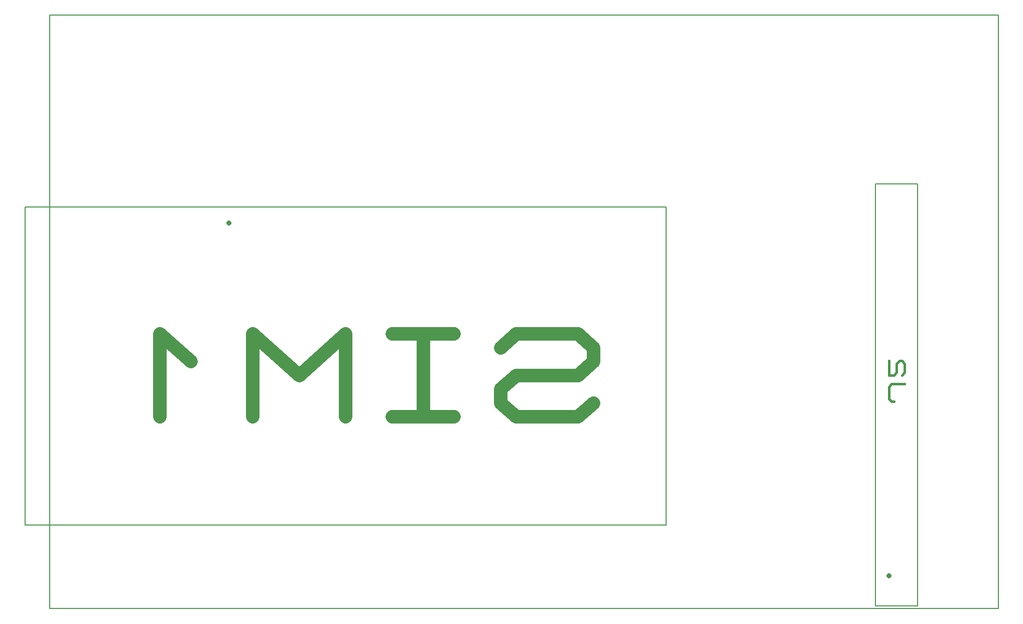
<source format=gbr>
G04 PROTEUS GERBER X2 FILE*
%TF.GenerationSoftware,Labcenter,Proteus,8.13-SP0-Build31525*%
%TF.CreationDate,2023-09-28T22:20:41+00:00*%
%TF.FileFunction,AssemblyDrawing,Bot*%
%TF.FilePolarity,Positive*%
%TF.Part,Single*%
%TF.SameCoordinates,{6b1b6182-4d37-414e-9227-abf112f8db44}*%
%FSLAX45Y45*%
%MOMM*%
G01*
%TA.AperFunction,Profile*%
%ADD20C,0.203200*%
%TA.AperFunction,Material*%
%ADD22C,0.203200*%
%ADD38C,0.812800*%
%ADD45C,2.321980*%
%ADD24C,0.152400*%
%ADD46C,0.438810*%
%TD.AperFunction*%
D20*
X-8000000Y-5000000D02*
X+8000000Y-5000000D01*
X+8000000Y+5000000D01*
X-8000000Y+5000000D01*
X-8000000Y-5000000D01*
D22*
X-8417560Y-3591560D02*
X+2397760Y-3591560D01*
X+2397760Y+1762760D01*
X-8417560Y+1762760D01*
X-8417560Y-3591560D01*
D38*
X-4978400Y+1498600D02*
X-4978400Y+1498600D01*
D45*
X+1169668Y-1531197D02*
X+908445Y-1763395D01*
X-136447Y-1763395D01*
X-397670Y-1531197D01*
X-397670Y-1298998D01*
X-136447Y-1066800D01*
X+908445Y-1066800D01*
X+1169668Y-834602D01*
X+1169668Y-602403D01*
X+908445Y-370205D01*
X-136447Y-370205D01*
X-397670Y-602403D01*
X-1181339Y-370205D02*
X-2226231Y-370205D01*
X-1703785Y-370205D02*
X-1703785Y-1763395D01*
X-1181339Y-1763395D02*
X-2226231Y-1763395D01*
X-3009900Y-1763395D02*
X-3009900Y-370205D01*
X-3793569Y-1066800D01*
X-4577238Y-370205D01*
X-4577238Y-1763395D01*
X-5622130Y-834602D02*
X-6144576Y-370205D01*
X-6144576Y-1763395D01*
D24*
X+6642100Y-4953000D02*
X+5930900Y-4953000D01*
X+5930900Y+2159000D01*
X+6642100Y+2159000D01*
X+6642100Y-4953000D01*
X+5930900Y-4953000D01*
X+5930900Y+2159000D01*
X+6642100Y+2159000D01*
X+6642100Y-4953000D01*
D38*
X+6159500Y-4445000D02*
X+6159500Y-4445000D01*
D46*
X+6242619Y-1513799D02*
X+6198738Y-1513799D01*
X+6154857Y-1464433D01*
X+6154857Y-1266969D01*
X+6198738Y-1217603D01*
X+6418143Y-1217603D01*
X+6374262Y-1069504D02*
X+6418143Y-1020138D01*
X+6418143Y-872040D01*
X+6374262Y-822674D01*
X+6330381Y-822674D01*
X+6286500Y-872040D01*
X+6286500Y-1020138D01*
X+6242619Y-1069504D01*
X+6154857Y-1069504D01*
X+6154857Y-822674D01*
M02*

</source>
